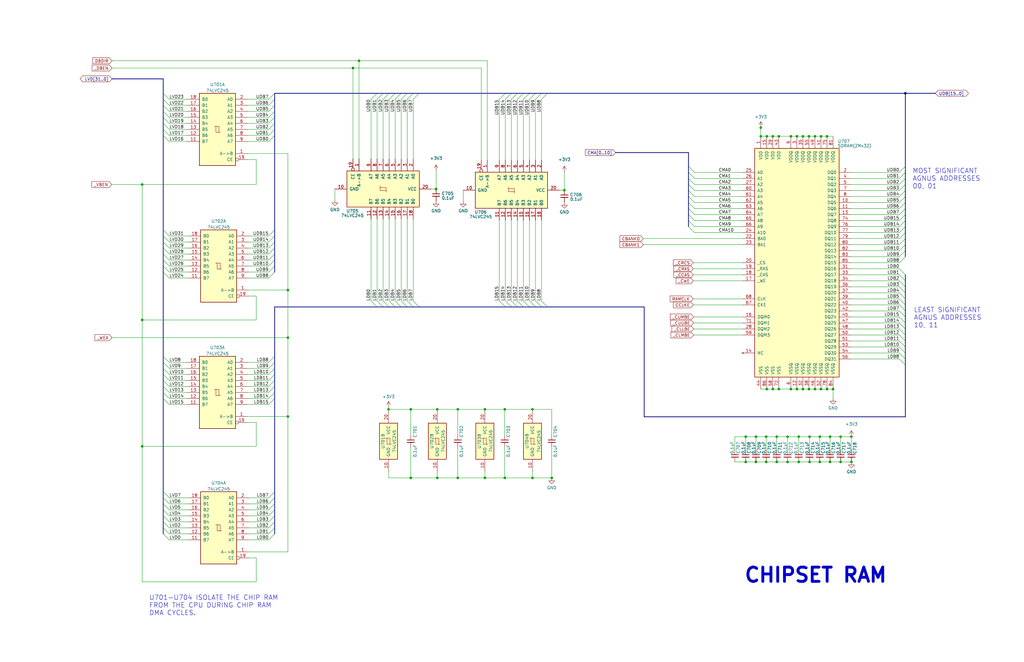
<source format=kicad_sch>
(kicad_sch (version 20231120) (generator "eeschema") (generator_version "8.0")
  (paper "B")
  (title_block (title "AMIGA PCI") (date "2025-01-10") (rev "5.0"))
  (junction (at 237.998 80.264))
  (junction (at 341.376 184.277))
  (junction (at 348.742 164.211))
  (junction (at 184.404 172.72))
  (junction (at 121.412 142.494))
  (junction (at 332.105 184.277))
  (junction (at 381.762 39.37))
  (junction (at 343.662 57.531))
  (junction (at 336.042 164.211))
  (junction (at 193.04 201.676))
  (junction (at 346.202 57.531))
  (junction (at 332.105 194.945))
  (junction (at 346.202 164.211))
  (junction (at 224.536 172.72))
  (junction (at 173.228 201.676))
  (junction (at 224.536 201.676))
  (junction (at 345.694 194.945))
  (junction (at 336.804 194.945))
  (junction (at 341.376 194.945))
  (junction (at 59.944 188.341))
  (junction (at 325.882 164.211))
  (junction (at 327.533 184.277))
  (junction (at 193.04 172.72))
  (junction (at 325.882 57.531))
  (junction (at 336.042 57.531))
  (junction (at 333.502 57.531))
  (junction (at 323.342 57.531))
  (junction (at 350.012 194.945))
  (junction (at 328.422 57.531))
  (junction (at 59.944 77.851))
  (junction (at 351.282 164.211))
  (junction (at 327.533 194.945))
  (junction (at 151.384 25.654))
  (junction (at 345.694 184.277))
  (junction (at 354.457 194.945))
  (junction (at 338.582 57.531))
  (junction (at 173.228 172.72))
  (junction (at 314.452 184.277))
  (junction (at 341.122 164.211))
  (junction (at 318.77 194.945))
  (junction (at 318.77 184.277))
  (junction (at 354.457 184.277))
  (junction (at 359.029 184.277))
  (junction (at 343.662 164.211))
  (junction (at 323.342 164.211))
  (junction (at 212.852 172.72))
  (junction (at 350.012 184.277))
  (junction (at 184.404 201.676))
  (junction (at 320.802 57.531))
  (junction (at 183.896 79.756))
  (junction (at 204.47 201.676))
  (junction (at 323.088 194.945))
  (junction (at 121.412 175.768))
  (junction (at 328.422 164.211))
  (junction (at 323.088 184.277))
  (junction (at 320.802 53.848))
  (junction (at 121.412 122.428))
  (junction (at 204.47 172.72))
  (junction (at 232.664 201.676))
  (junction (at 338.582 164.211))
  (junction (at 314.452 194.945))
  (junction (at 59.944 135.001))
  (junction (at 163.83 172.72))
  (junction (at 341.122 57.531))
  (junction (at 212.852 201.676))
  (junction (at 333.502 164.211))
  (junction (at 348.742 57.531))
  (junction (at 148.844 28.702))
  (junction (at 359.029 194.945))
  (junction (at 336.804 184.277))
  (bus_entry (at 379.222 136.271) (size 2.54 2.54))
  (bus_entry (at 113.284 160.528) (size 2.54 -2.54))
  (bus_entry (at 159.004 127) (size 2.54 2.54))
  (bus_entry (at 174.244 127) (size 2.54 2.54))
  (bus_entry (at 71.374 57.15) (size -2.54 -2.54))
  (bus_entry (at 379.222 108.331) (size 2.54 -2.54))
  (bus_entry (at 71.374 212.598) (size -2.54 -2.54))
  (bus_entry (at 71.374 217.678) (size -2.54 -2.54))
  (bus_entry (at 292.862 80.391) (size -2.54 -2.54))
  (bus_entry (at 71.374 41.91) (size -2.54 -2.54))
  (bus_entry (at 113.284 44.45) (size 2.54 -2.54))
  (bus_entry (at 71.374 215.138) (size -2.54 -2.54))
  (bus_entry (at 71.374 152.908) (size -2.54 -2.54))
  (bus_entry (at 379.222 146.431) (size 2.54 2.54))
  (bus_entry (at 292.862 95.631) (size -2.54 -2.54))
  (bus_entry (at 71.374 163.068) (size -2.54 -2.54))
  (bus_entry (at 71.374 222.758) (size -2.54 -2.54))
  (bus_entry (at 164.084 39.37) (size -2.54 2.54))
  (bus_entry (at 113.284 104.648) (size 2.54 -2.54))
  (bus_entry (at 292.862 88.011) (size -2.54 -2.54))
  (bus_entry (at 71.374 157.988) (size -2.54 -2.54))
  (bus_entry (at 113.284 107.188) (size 2.54 -2.54))
  (bus_entry (at 215.646 127) (size 2.54 2.54))
  (bus_entry (at 213.106 127) (size 2.54 2.54))
  (bus_entry (at 71.374 160.528) (size -2.54 -2.54))
  (bus_entry (at 71.374 54.61) (size -2.54 -2.54))
  (bus_entry (at 71.374 155.448) (size -2.54 -2.54))
  (bus_entry (at 228.346 127) (size 2.54 2.54))
  (bus_entry (at 113.284 163.068) (size 2.54 -2.54))
  (bus_entry (at 171.704 127) (size 2.54 2.54))
  (bus_entry (at 379.222 151.511) (size 2.54 2.54))
  (bus_entry (at 113.284 155.448) (size 2.54 -2.54))
  (bus_entry (at 113.284 109.728) (size 2.54 -2.54))
  (bus_entry (at 71.374 227.838) (size -2.54 -2.54))
  (bus_entry (at 169.164 127) (size 2.54 2.54))
  (bus_entry (at 71.374 168.148) (size -2.54 -2.54))
  (bus_entry (at 71.374 165.608) (size -2.54 -2.54))
  (bus_entry (at 223.266 127) (size 2.54 2.54))
  (bus_entry (at 223.266 39.37) (size -2.54 2.54))
  (bus_entry (at 171.704 39.37) (size -2.54 2.54))
  (bus_entry (at 379.222 82.931) (size 2.54 -2.54))
  (bus_entry (at 113.284 168.148) (size 2.54 -2.54))
  (bus_entry (at 230.886 39.37) (size -2.54 2.54))
  (bus_entry (at 379.222 123.571) (size 2.54 2.54))
  (bus_entry (at 113.284 114.808) (size 2.54 -2.54))
  (bus_entry (at 228.346 39.37) (size -2.54 2.54))
  (bus_entry (at 213.106 39.37) (size -2.54 2.54))
  (bus_entry (at 225.806 39.37) (size -2.54 2.54))
  (bus_entry (at 113.284 152.908) (size 2.54 -2.54))
  (bus_entry (at 71.374 109.728) (size -2.54 -2.54))
  (bus_entry (at 113.284 41.91) (size 2.54 -2.54))
  (bus_entry (at 220.726 39.37) (size -2.54 2.54))
  (bus_entry (at 292.862 90.551) (size -2.54 -2.54))
  (bus_entry (at 225.806 127) (size 2.54 2.54))
  (bus_entry (at 292.862 85.471) (size -2.54 -2.54))
  (bus_entry (at 220.726 127) (size 2.54 2.54))
  (bus_entry (at 379.222 100.711) (size 2.54 -2.54))
  (bus_entry (at 379.222 133.731) (size 2.54 2.54))
  (bus_entry (at 292.862 77.851) (size -2.54 -2.54))
  (bus_entry (at 113.284 157.988) (size 2.54 -2.54))
  (bus_entry (at 379.222 131.191) (size 2.54 2.54))
  (bus_entry (at 113.284 212.598) (size 2.54 -2.54))
  (bus_entry (at 379.222 105.791) (size 2.54 -2.54))
  (bus_entry (at 176.784 39.37) (size -2.54 2.54))
  (bus_entry (at 71.374 170.688) (size -2.54 -2.54))
  (bus_entry (at 71.374 46.99) (size -2.54 -2.54))
  (bus_entry (at 379.222 75.311) (size 2.54 -2.54))
  (bus_entry (at 113.284 217.678) (size 2.54 -2.54))
  (bus_entry (at 379.222 148.971) (size 2.54 2.54))
  (bus_entry (at 379.222 72.771) (size 2.54 -2.54))
  (bus_entry (at 71.374 114.808) (size -2.54 -2.54))
  (bus_entry (at 113.284 57.15) (size 2.54 -2.54))
  (bus_entry (at 113.284 46.99) (size 2.54 -2.54))
  (bus_entry (at 113.284 99.568) (size 2.54 -2.54))
  (bus_entry (at 166.624 39.37) (size -2.54 2.54))
  (bus_entry (at 292.862 82.931) (size -2.54 -2.54))
  (bus_entry (at 164.084 127) (size 2.54 2.54))
  (bus_entry (at 161.544 127) (size 2.54 2.54))
  (bus_entry (at 161.544 39.37) (size -2.54 2.54))
  (bus_entry (at 379.222 88.011) (size 2.54 -2.54))
  (bus_entry (at 113.284 165.608) (size 2.54 -2.54))
  (bus_entry (at 379.222 141.351) (size 2.54 2.54))
  (bus_entry (at 156.464 127) (size 2.54 2.54))
  (bus_entry (at 71.374 44.45) (size -2.54 -2.54))
  (bus_entry (at 379.222 103.251) (size 2.54 -2.54))
  (bus_entry (at 113.284 225.298) (size 2.54 -2.54))
  (bus_entry (at 292.862 98.171) (size -2.54 -2.54))
  (bus_entry (at 71.374 107.188) (size -2.54 -2.54))
  (bus_entry (at 71.374 49.53) (size -2.54 -2.54))
  (bus_entry (at 71.374 99.568) (size -2.54 -2.54))
  (bus_entry (at 379.222 113.411) (size 2.54 2.54))
  (bus_entry (at 113.284 220.218) (size 2.54 -2.54))
  (bus_entry (at 218.186 127) (size 2.54 2.54))
  (bus_entry (at 379.222 80.391) (size 2.54 -2.54))
  (bus_entry (at 379.222 143.891) (size 2.54 2.54))
  (bus_entry (at 218.186 39.37) (size -2.54 2.54))
  (bus_entry (at 379.222 128.651) (size 2.54 2.54))
  (bus_entry (at 159.004 39.37) (size -2.54 2.54))
  (bus_entry (at 169.164 39.37) (size -2.54 2.54))
  (bus_entry (at 379.222 110.871) (size 2.54 -2.54))
  (bus_entry (at 71.374 102.108) (size -2.54 -2.54))
  (bus_entry (at 113.284 102.108) (size 2.54 -2.54))
  (bus_entry (at 113.284 59.69) (size 2.54 -2.54))
  (bus_entry (at 379.222 98.171) (size 2.54 -2.54))
  (bus_entry (at 71.374 52.07) (size -2.54 -2.54))
  (bus_entry (at 379.222 93.091) (size 2.54 -2.54))
  (bus_entry (at 113.284 227.838) (size 2.54 -2.54))
  (bus_entry (at 113.284 210.058) (size 2.54 -2.54))
  (bus_entry (at 379.222 90.551) (size 2.54 -2.54))
  (bus_entry (at 113.284 215.138) (size 2.54 -2.54))
  (bus_entry (at 379.222 95.631) (size 2.54 -2.54))
  (bus_entry (at 292.862 72.771) (size -2.54 -2.54))
  (bus_entry (at 379.222 85.471) (size 2.54 -2.54))
  (bus_entry (at 113.284 52.07) (size 2.54 -2.54))
  (bus_entry (at 71.374 112.268) (size -2.54 -2.54))
  (bus_entry (at 113.284 170.688) (size 2.54 -2.54))
  (bus_entry (at 379.222 138.811) (size 2.54 2.54))
  (bus_entry (at 379.222 121.031) (size 2.54 2.54))
  (bus_entry (at 71.374 210.058) (size -2.54 -2.54))
  (bus_entry (at 71.374 117.348) (size -2.54 -2.54))
  (bus_entry (at 166.624 127) (size 2.54 2.54))
  (bus_entry (at 71.374 225.298) (size -2.54 -2.54))
  (bus_entry (at 379.222 77.851) (size 2.54 -2.54))
  (bus_entry (at 210.566 127) (size 2.54 2.54))
  (bus_entry (at 113.284 54.61) (size 2.54 -2.54))
  (bus_entry (at 379.222 126.111) (size 2.54 2.54))
  (bus_entry (at 379.222 118.491) (size 2.54 2.54))
  (bus_entry (at 292.862 75.311) (size -2.54 -2.54))
  (bus_entry (at 71.374 220.218) (size -2.54 -2.54))
  (bus_entry (at 379.222 115.951) (size 2.54 2.54))
  (bus_entry (at 113.284 222.758) (size 2.54 -2.54))
  (bus_entry (at 71.374 59.69) (size -2.54 -2.54))
  (bus_entry (at 174.244 39.37) (size -2.54 2.54))
  (bus_entry (at 71.374 104.648) (size -2.54 -2.54))
  (bus_entry (at 113.284 117.348) (size 2.54 -2.54))
  (bus_entry (at 113.284 112.268) (size 2.54 -2.54))
  (bus_entry (at 113.284 49.53) (size 2.54 -2.54))
  (bus_entry (at 292.862 93.091) (size -2.54 -2.54))
  (bus_entry (at 215.646 39.37) (size -2.54 2.54))
  (bus (pts (xy 68.834 99.568) (xy 68.834 102.108)))
  (wire (pts (xy 161.544 41.91) (xy 161.544 67.056)))
  (wire (pts (xy 79.502 112.268) (xy 71.374 112.268)))
  (wire (pts (xy 104.394 41.91) (xy 113.284 41.91)))
  (wire (pts (xy 184.404 198.882) (xy 184.404 201.676)))
  (wire (pts (xy 220.726 41.91) (xy 220.726 67.564)))
  (bus (pts (xy 68.834 215.138) (xy 68.834 217.678)))
  (bus (pts (xy 68.834 152.908) (xy 68.834 155.448)))
  (wire (pts (xy 104.902 217.678) (xy 113.284 217.678)))
  (wire (pts (xy 358.902 85.471) (xy 379.222 85.471)))
  (bus (pts (xy 223.266 129.54) (xy 225.806 129.54)))
  (wire (pts (xy 223.266 41.91) (xy 223.266 67.564)))
  (wire (pts (xy 224.536 198.882) (xy 224.536 201.676)))
  (wire (pts (xy 358.902 103.251) (xy 379.222 103.251)))
  (wire (pts (xy 78.994 163.068) (xy 71.374 163.068)))
  (bus (pts (xy 68.834 57.15) (xy 68.834 97.028)))
  (bus (pts (xy 68.834 217.678) (xy 68.834 220.218)))
  (wire (pts (xy 59.944 135.001) (xy 108.077 135.001)))
  (wire (pts (xy 202.946 67.564) (xy 202.946 28.702)))
  (wire (pts (xy 292.354 128.651) (xy 313.182 128.651)))
  (wire (pts (xy 163.83 171.958) (xy 163.83 172.72)))
  (wire (pts (xy 325.882 164.211) (xy 328.422 164.211)))
  (bus (pts (xy 115.824 129.54) (xy 159.004 129.54)))
  (bus (pts (xy 68.834 168.148) (xy 68.834 207.518)))
  (wire (pts (xy 358.902 118.491) (xy 379.222 118.491)))
  (wire (pts (xy 314.452 184.277) (xy 314.452 189.865)))
  (bus (pts (xy 213.106 129.54) (xy 215.646 129.54)))
  (bus (pts (xy 68.834 44.45) (xy 68.834 46.99)))
  (wire (pts (xy 174.244 92.456) (xy 174.244 127)))
  (bus (pts (xy 68.834 163.068) (xy 68.834 165.608)))
  (bus (pts (xy 159.004 39.37) (xy 161.544 39.37)))
  (wire (pts (xy 79.502 107.188) (xy 71.374 107.188)))
  (wire (pts (xy 318.77 194.945) (xy 323.088 194.945)))
  (wire (pts (xy 104.394 155.448) (xy 113.284 155.448)))
  (bus (pts (xy 115.824 109.728) (xy 115.824 112.268)))
  (wire (pts (xy 292.481 136.271) (xy 313.182 136.271)))
  (wire (pts (xy 215.646 41.91) (xy 215.646 67.564)))
  (wire (pts (xy 171.704 41.91) (xy 171.704 67.056)))
  (wire (pts (xy 104.394 52.07) (xy 113.284 52.07)))
  (wire (pts (xy 358.902 100.711) (xy 379.222 100.711)))
  (wire (pts (xy 59.944 77.851) (xy 47.117 77.851)))
  (wire (pts (xy 213.106 41.91) (xy 213.106 67.564)))
  (wire (pts (xy 327.533 184.277) (xy 327.533 189.865)))
  (bus (pts (xy 290.322 85.471) (xy 290.322 82.931)))
  (wire (pts (xy 350.012 184.277) (xy 350.012 189.865)))
  (wire (pts (xy 333.502 57.531) (xy 336.042 57.531)))
  (bus (pts (xy 68.834 97.028) (xy 68.834 99.568)))
  (wire (pts (xy 184.404 172.72) (xy 184.404 173.482)))
  (bus (pts (xy 68.834 41.91) (xy 68.834 44.45)))
  (bus (pts (xy 381.762 82.931) (xy 381.762 85.471)))
  (wire (pts (xy 104.902 109.728) (xy 113.284 109.728)))
  (bus (pts (xy 161.544 39.37) (xy 164.084 39.37)))
  (wire (pts (xy 292.862 93.091) (xy 313.182 93.091)))
  (wire (pts (xy 358.902 108.331) (xy 379.222 108.331)))
  (wire (pts (xy 215.646 92.964) (xy 215.646 127)))
  (wire (pts (xy 328.422 57.531) (xy 325.882 57.531)))
  (wire (pts (xy 358.902 143.891) (xy 379.222 143.891)))
  (wire (pts (xy 292.862 77.851) (xy 313.182 77.851)))
  (wire (pts (xy 338.582 164.211) (xy 341.122 164.211)))
  (wire (pts (xy 210.566 92.964) (xy 210.566 127)))
  (bus (pts (xy 115.824 107.188) (xy 115.824 109.728)))
  (wire (pts (xy 341.122 57.531) (xy 343.662 57.531)))
  (wire (pts (xy 345.694 194.945) (xy 350.012 194.945)))
  (bus (pts (xy 381.762 75.311) (xy 381.762 77.851)))
  (wire (pts (xy 104.902 102.108) (xy 113.284 102.108)))
  (wire (pts (xy 354.457 184.277) (xy 354.457 189.865)))
  (bus (pts (xy 115.824 152.908) (xy 115.824 150.368)))
  (bus (pts (xy 174.244 129.54) (xy 176.784 129.54)))
  (wire (pts (xy 104.902 104.648) (xy 113.284 104.648)))
  (wire (pts (xy 313.182 100.711) (xy 271.272 100.711)))
  (bus (pts (xy 115.824 49.53) (xy 115.824 52.07)))
  (wire (pts (xy 193.04 188.722) (xy 193.04 201.676)))
  (wire (pts (xy 350.012 184.277) (xy 354.457 184.277)))
  (wire (pts (xy 108.077 67.31) (xy 104.394 67.31)))
  (bus (pts (xy 68.834 49.53) (xy 68.834 52.07)))
  (bus (pts (xy 68.834 33.274) (xy 47.244 33.274)))
  (wire (pts (xy 358.902 133.731) (xy 379.222 133.731)))
  (wire (pts (xy 336.042 164.211) (xy 338.582 164.211)))
  (wire (pts (xy 151.384 25.654) (xy 205.486 25.654)))
  (wire (pts (xy 104.902 99.568) (xy 113.284 99.568)))
  (wire (pts (xy 104.394 64.77) (xy 121.412 64.77)))
  (wire (pts (xy 323.088 184.277) (xy 327.533 184.277)))
  (wire (pts (xy 104.394 57.15) (xy 113.284 57.15)))
  (bus (pts (xy 271.653 129.54) (xy 271.653 175.895)))
  (wire (pts (xy 351.282 164.211) (xy 351.282 168.021)))
  (wire (pts (xy 358.902 128.651) (xy 379.222 128.651)))
  (wire (pts (xy 328.422 164.211) (xy 333.502 164.211)))
  (bus (pts (xy 228.346 129.54) (xy 230.886 129.54)))
  (bus (pts (xy 215.646 39.37) (xy 218.186 39.37)))
  (wire (pts (xy 59.944 135.001) (xy 59.944 188.341)))
  (wire (pts (xy 104.902 117.348) (xy 113.284 117.348)))
  (bus (pts (xy 218.186 129.54) (xy 220.726 129.54)))
  (bus (pts (xy 171.704 129.54) (xy 174.244 129.54)))
  (bus (pts (xy 223.266 39.37) (xy 225.806 39.37)))
  (bus (pts (xy 271.653 175.895) (xy 381.762 175.895)))
  (wire (pts (xy 320.802 53.848) (xy 320.802 53.721)))
  (wire (pts (xy 292.862 88.011) (xy 313.182 88.011)))
  (wire (pts (xy 104.394 49.53) (xy 113.284 49.53)))
  (wire (pts (xy 358.902 148.971) (xy 379.222 148.971)))
  (wire (pts (xy 104.394 54.61) (xy 113.284 54.61)))
  (wire (pts (xy 224.536 201.676) (xy 232.664 201.676)))
  (wire (pts (xy 224.536 172.72) (xy 224.536 173.482)))
  (wire (pts (xy 341.376 184.277) (xy 341.376 189.865)))
  (bus (pts (xy 228.346 39.37) (xy 230.886 39.37)))
  (bus (pts (xy 115.824 215.138) (xy 115.824 217.678)))
  (wire (pts (xy 358.902 110.871) (xy 379.222 110.871)))
  (wire (pts (xy 358.902 105.791) (xy 379.222 105.791)))
  (wire (pts (xy 59.944 77.851) (xy 108.077 77.851)))
  (wire (pts (xy 346.202 57.531) (xy 348.742 57.531)))
  (wire (pts (xy 323.342 57.531) (xy 320.802 57.531)))
  (wire (pts (xy 151.384 67.056) (xy 151.384 25.654)))
  (bus (pts (xy 115.824 207.518) (xy 115.824 210.058)))
  (bus (pts (xy 115.824 46.99) (xy 115.824 49.53)))
  (wire (pts (xy 78.994 170.688) (xy 71.374 170.688)))
  (wire (pts (xy 205.486 25.654) (xy 205.486 67.564)))
  (wire (pts (xy 104.394 175.768) (xy 121.412 175.768)))
  (bus (pts (xy 115.824 220.218) (xy 115.824 222.758)))
  (bus (pts (xy 381.762 98.171) (xy 381.762 100.711)))
  (wire (pts (xy 79.502 217.678) (xy 71.374 217.678)))
  (wire (pts (xy 47.244 28.702) (xy 148.844 28.702)))
  (bus (pts (xy 68.834 54.61) (xy 68.834 57.15)))
  (wire (pts (xy 358.902 80.391) (xy 379.222 80.391)))
  (wire (pts (xy 79.502 222.758) (xy 71.374 222.758)))
  (wire (pts (xy 292.862 90.551) (xy 313.182 90.551)))
  (bus (pts (xy 68.834 210.058) (xy 68.834 212.598)))
  (bus (pts (xy 381.762 80.391) (xy 381.762 82.931)))
  (wire (pts (xy 59.944 188.341) (xy 59.944 245.491)))
  (wire (pts (xy 332.105 184.277) (xy 336.804 184.277)))
  (bus (pts (xy 381.762 126.111) (xy 381.762 128.651)))
  (wire (pts (xy 104.394 165.608) (xy 113.284 165.608)))
  (wire (pts (xy 320.802 164.211) (xy 323.342 164.211)))
  (wire (pts (xy 79.502 212.598) (xy 71.374 212.598)))
  (wire (pts (xy 292.862 75.311) (xy 313.182 75.311)))
  (wire (pts (xy 224.536 172.72) (xy 232.664 172.72)))
  (wire (pts (xy 328.422 57.531) (xy 333.502 57.531)))
  (wire (pts (xy 343.662 57.531) (xy 346.202 57.531)))
  (bus (pts (xy 230.886 39.37) (xy 381.762 39.37)))
  (bus (pts (xy 115.824 97.028) (xy 115.824 99.568)))
  (bus (pts (xy 290.322 80.391) (xy 290.322 77.851)))
  (wire (pts (xy 323.088 184.277) (xy 323.088 189.865)))
  (wire (pts (xy 204.47 172.72) (xy 212.852 172.72)))
  (wire (pts (xy 79.502 109.728) (xy 71.374 109.728)))
  (bus (pts (xy 381.762 72.771) (xy 381.762 75.311)))
  (wire (pts (xy 104.902 225.298) (xy 113.284 225.298)))
  (wire (pts (xy 292.481 138.811) (xy 313.182 138.811)))
  (bus (pts (xy 115.824 102.108) (xy 115.824 104.648)))
  (wire (pts (xy 173.228 172.72) (xy 173.228 183.642)))
  (wire (pts (xy 193.04 172.72) (xy 204.47 172.72)))
  (wire (pts (xy 104.902 112.268) (xy 113.284 112.268)))
  (wire (pts (xy 78.994 54.61) (xy 71.374 54.61)))
  (bus (pts (xy 290.322 77.851) (xy 290.322 75.311)))
  (bus (pts (xy 115.824 57.15) (xy 115.824 97.028)))
  (bus (pts (xy 115.824 222.758) (xy 115.824 225.298)))
  (wire (pts (xy 79.502 104.648) (xy 71.374 104.648)))
  (wire (pts (xy 343.662 164.211) (xy 346.202 164.211)))
  (bus (pts (xy 290.322 75.311) (xy 290.322 72.771)))
  (wire (pts (xy 292.862 98.171) (xy 313.182 98.171)))
  (wire (pts (xy 121.412 122.428) (xy 121.412 142.494)))
  (bus (pts (xy 68.834 207.518) (xy 68.834 210.058)))
  (wire (pts (xy 341.376 184.277) (xy 345.694 184.277)))
  (wire (pts (xy 104.902 227.838) (xy 113.284 227.838)))
  (wire (pts (xy 348.742 164.211) (xy 351.282 164.211)))
  (wire (pts (xy 341.122 164.211) (xy 343.662 164.211)))
  (wire (pts (xy 78.994 155.448) (xy 71.374 155.448)))
  (bus (pts (xy 213.106 39.37) (xy 215.646 39.37)))
  (wire (pts (xy 212.852 201.676) (xy 224.536 201.676)))
  (wire (pts (xy 193.04 201.676) (xy 204.47 201.676)))
  (wire (pts (xy 345.694 184.277) (xy 345.694 189.865)))
  (wire (pts (xy 108.077 178.308) (xy 104.394 178.308)))
  (bus (pts (xy 171.704 39.37) (xy 174.244 39.37)))
  (wire (pts (xy 309.88 189.865) (xy 309.88 184.277)))
  (wire (pts (xy 104.394 170.688) (xy 113.284 170.688)))
  (bus (pts (xy 159.004 129.54) (xy 161.544 129.54)))
  (bus (pts (xy 381.762 175.895) (xy 381.762 154.051)))
  (wire (pts (xy 195.326 80.264) (xy 195.326 84.836)))
  (bus (pts (xy 381.762 39.37) (xy 394.462 39.37)))
  (bus (pts (xy 381.762 143.891) (xy 381.762 146.431)))
  (wire (pts (xy 104.394 59.69) (xy 113.284 59.69)))
  (wire (pts (xy 358.902 98.171) (xy 379.222 98.171)))
  (bus (pts (xy 115.824 99.568) (xy 115.824 102.108)))
  (wire (pts (xy 225.806 41.91) (xy 225.806 67.564)))
  (bus (pts (xy 115.824 150.368) (xy 115.824 129.54)))
  (wire (pts (xy 348.742 57.531) (xy 351.282 57.531)))
  (wire (pts (xy 212.852 172.72) (xy 224.536 172.72)))
  (wire (pts (xy 78.994 152.908) (xy 71.374 152.908)))
  (bus (pts (xy 176.784 129.54) (xy 213.106 129.54)))
  (wire (pts (xy 358.902 72.771) (xy 379.222 72.771)))
  (wire (pts (xy 173.228 172.72) (xy 184.404 172.72)))
  (wire (pts (xy 292.862 82.931) (xy 313.182 82.931)))
  (wire (pts (xy 184.404 172.72) (xy 193.04 172.72)))
  (wire (pts (xy 213.106 92.964) (xy 213.106 127)))
  (wire (pts (xy 78.994 46.99) (xy 71.374 46.99)))
  (bus (pts (xy 381.762 141.351) (xy 381.762 143.891)))
  (wire (pts (xy 327.533 184.277) (xy 332.105 184.277)))
  (wire (pts (xy 104.394 152.908) (xy 113.284 152.908)))
  (bus (pts (xy 68.834 109.728) (xy 68.834 112.268)))
  (wire (pts (xy 79.502 227.838) (xy 71.374 227.838)))
  (bus (pts (xy 381.762 88.011) (xy 381.762 90.551)))
  (wire (pts (xy 292.354 115.951) (xy 313.182 115.951)))
  (wire (pts (xy 121.412 64.77) (xy 121.412 122.428)))
  (bus (pts (xy 381.762 85.471) (xy 381.762 88.011)))
  (wire (pts (xy 218.186 41.91) (xy 218.186 67.564)))
  (bus (pts (xy 381.762 39.37) (xy 381.762 70.231)))
  (wire (pts (xy 292.862 72.771) (xy 313.182 72.771)))
  (wire (pts (xy 163.83 172.72) (xy 173.228 172.72)))
  (wire (pts (xy 104.902 232.918) (xy 121.412 232.918)))
  (bus (pts (xy 68.834 104.648) (xy 68.834 107.188)))
  (bus (pts (xy 381.762 70.231) (xy 381.762 72.771)))
  (bus (pts (xy 164.084 39.37) (xy 166.624 39.37)))
  (wire (pts (xy 358.902 131.191) (xy 379.222 131.191)))
  (wire (pts (xy 173.228 188.722) (xy 173.228 201.676)))
  (wire (pts (xy 104.394 163.068) (xy 113.284 163.068)))
  (bus (pts (xy 381.762 138.811) (xy 381.762 141.351)))
  (wire (pts (xy 78.994 49.53) (xy 71.374 49.53)))
  (wire (pts (xy 358.902 138.811) (xy 379.222 138.811)))
  (bus (pts (xy 68.834 165.608) (xy 68.834 168.148)))
  (bus (pts (xy 164.084 129.54) (xy 166.624 129.54)))
  (bus (pts (xy 381.762 128.651) (xy 381.762 131.191)))
  (bus (pts (xy 68.834 39.37) (xy 68.834 41.91)))
  (bus (pts (xy 381.762 118.491) (xy 381.762 121.031)))
  (bus (pts (xy 381.762 136.271) (xy 381.762 138.811)))
  (bus (pts (xy 381.762 77.851) (xy 381.762 80.391)))
  (wire (pts (xy 358.902 126.111) (xy 379.222 126.111)))
  (wire (pts (xy 79.502 99.568) (xy 71.374 99.568)))
  (wire (pts (xy 78.994 59.69) (xy 71.374 59.69)))
  (wire (pts (xy 323.088 194.945) (xy 327.533 194.945)))
  (wire (pts (xy 108.077 135.001) (xy 108.077 124.968)))
  (bus (pts (xy 68.834 114.808) (xy 68.834 150.368)))
  (wire (pts (xy 350.012 194.945) (xy 354.457 194.945)))
  (wire (pts (xy 104.902 122.428) (xy 121.412 122.428)))
  (wire (pts (xy 159.004 92.456) (xy 159.004 127)))
  (wire (pts (xy 59.944 77.851) (xy 59.944 135.001)))
  (wire (pts (xy 332.105 184.277) (xy 332.105 189.865)))
  (bus (pts (xy 166.624 39.37) (xy 169.164 39.37)))
  (bus (pts (xy 220.726 39.37) (xy 223.266 39.37)))
  (bus (pts (xy 115.824 165.608) (xy 115.824 168.148)))
  (bus (pts (xy 115.824 52.07) (xy 115.824 54.61)))
  (wire (pts (xy 237.998 72.644) (xy 237.998 80.264)))
  (wire (pts (xy 141.224 79.756) (xy 141.224 84.328)))
  (wire (pts (xy 121.412 175.768) (xy 121.412 232.918)))
  (bus (pts (xy 115.824 104.648) (xy 115.824 107.188)))
  (wire (pts (xy 108.077 235.458) (xy 104.902 235.458)))
  (wire (pts (xy 309.88 184.277) (xy 314.452 184.277)))
  (bus (pts (xy 381.762 123.571) (xy 381.762 126.111)))
  (wire (pts (xy 163.83 172.72) (xy 163.83 173.482)))
  (wire (pts (xy 358.902 88.011) (xy 379.222 88.011)))
  (bus (pts (xy 115.824 54.61) (xy 115.824 57.15)))
  (bus (pts (xy 381.762 115.951) (xy 381.762 118.491)))
  (bus (pts (xy 115.824 155.448) (xy 115.824 157.988)))
  (bus (pts (xy 225.806 39.37) (xy 228.346 39.37)))
  (bus (pts (xy 68.834 212.598) (xy 68.834 215.138)))
  (wire (pts (xy 164.084 92.456) (xy 164.084 127)))
  (wire (pts (xy 204.47 201.676) (xy 212.852 201.676)))
  (bus (pts (xy 115.824 157.988) (xy 115.824 160.528)))
  (wire (pts (xy 79.502 117.348) (xy 71.374 117.348)))
  (wire (pts (xy 346.202 164.211) (xy 348.742 164.211)))
  (wire (pts (xy 314.452 184.277) (xy 318.77 184.277)))
  (wire (pts (xy 323.342 164.211) (xy 325.882 164.211)))
  (wire (pts (xy 59.944 188.341) (xy 108.077 188.341)))
  (wire (pts (xy 327.533 194.945) (xy 332.105 194.945)))
  (wire (pts (xy 204.47 172.72) (xy 204.47 173.482)))
  (bus (pts (xy 68.834 220.218) (xy 68.834 222.758)))
  (bus (pts (xy 220.726 129.54) (xy 223.266 129.54)))
  (wire (pts (xy 78.994 165.608) (xy 71.374 165.608)))
  (wire (pts (xy 358.902 95.631) (xy 379.222 95.631)))
  (bus (pts (xy 174.244 39.37) (xy 176.784 39.37)))
  (bus (pts (xy 115.824 155.448) (xy 115.824 152.908)))
  (bus (pts (xy 381.762 148.971) (xy 381.762 151.511)))
  (wire (pts (xy 159.004 41.91) (xy 159.004 67.056)))
  (wire (pts (xy 59.944 245.491) (xy 108.077 245.491)))
  (bus (pts (xy 68.834 102.108) (xy 68.834 104.648)))
  (wire (pts (xy 173.228 201.676) (xy 184.404 201.676)))
  (wire (pts (xy 228.346 92.964) (xy 228.346 127)))
  (bus (pts (xy 290.322 88.011) (xy 290.322 85.471)))
  (bus (pts (xy 259.588 64.389) (xy 290.322 64.389)))
  (wire (pts (xy 220.726 92.964) (xy 220.726 127)))
  (wire (pts (xy 336.042 57.531) (xy 338.582 57.531)))
  (wire (pts (xy 292.862 85.471) (xy 313.182 85.471)))
  (bus (pts (xy 218.186 39.37) (xy 220.726 39.37)))
  (wire (pts (xy 358.902 93.091) (xy 379.222 93.091)))
  (bus (pts (xy 115.824 212.598) (xy 115.824 215.138)))
  (wire (pts (xy 354.457 184.277) (xy 359.029 184.277)))
  (wire (pts (xy 156.464 92.456) (xy 156.464 127)))
  (bus (pts (xy 381.762 131.191) (xy 381.762 133.731)))
  (wire (pts (xy 104.394 46.99) (xy 113.284 46.99)))
  (bus (pts (xy 166.624 129.54) (xy 169.164 129.54)))
  (bus (pts (xy 115.824 163.068) (xy 115.824 165.608)))
  (wire (pts (xy 358.902 151.511) (xy 379.222 151.511)))
  (wire (pts (xy 292.354 118.491) (xy 313.182 118.491)))
  (wire (pts (xy 358.902 90.551) (xy 379.222 90.551)))
  (wire (pts (xy 79.502 102.108) (xy 71.374 102.108)))
  (wire (pts (xy 232.664 183.642) (xy 232.664 172.72)))
  (bus (pts (xy 115.824 112.268) (xy 115.824 114.808)))
  (wire (pts (xy 292.862 80.391) (xy 313.182 80.391)))
  (wire (pts (xy 79.502 210.058) (xy 71.374 210.058)))
  (bus (pts (xy 381.762 133.731) (xy 381.762 136.271)))
  (wire (pts (xy 193.04 172.72) (xy 193.04 183.642)))
  (wire (pts (xy 345.694 184.277) (xy 350.012 184.277)))
  (bus (pts (xy 169.164 129.54) (xy 171.704 129.54)))
  (bus (pts (xy 68.834 112.268) (xy 68.834 114.808)))
  (wire (pts (xy 212.852 188.722) (xy 212.852 201.676)))
  (wire (pts (xy 212.852 172.72) (xy 212.852 183.642)))
  (wire (pts (xy 358.902 121.031) (xy 379.222 121.031)))
  (wire (pts (xy 232.664 188.722) (xy 232.664 201.676)))
  (bus (pts (xy 68.834 150.368) (xy 68.834 152.908)))
  (wire (pts (xy 174.244 41.91) (xy 174.244 67.056)))
  (wire (pts (xy 104.394 157.988) (xy 113.284 157.988)))
  (bus (pts (xy 290.322 72.771) (xy 290.322 70.231)))
  (wire (pts (xy 218.186 92.964) (xy 218.186 127)))
  (bus (pts (xy 381.762 151.511) (xy 381.762 154.051)))
  (wire (pts (xy 358.902 113.411) (xy 379.222 113.411)))
  (wire (pts (xy 173.228 201.676) (xy 163.83 201.676)))
  (bus (pts (xy 290.322 93.091) (xy 290.322 95.631)))
  (wire (pts (xy 358.902 123.571) (xy 379.222 123.571)))
  (wire (pts (xy 104.394 44.45) (xy 113.284 44.45)))
  (wire (pts (xy 358.902 82.931) (xy 379.222 82.931)))
  (wire (pts (xy 104.902 220.218) (xy 113.284 220.218)))
  (bus (pts (xy 68.834 155.448) (xy 68.834 157.988)))
  (wire (pts (xy 78.994 57.15) (xy 71.374 57.15)))
  (wire (pts (xy 121.412 142.494) (xy 121.412 175.768)))
  (wire (pts (xy 104.902 210.058) (xy 113.284 210.058)))
  (bus (pts (xy 381.762 105.791) (xy 381.762 108.331)))
  (wire (pts (xy 78.994 157.988) (xy 71.374 157.988)))
  (wire (pts (xy 358.902 115.951) (xy 379.222 115.951)))
  (wire (pts (xy 47.244 25.654) (xy 151.384 25.654)))
  (wire (pts (xy 223.266 92.964) (xy 223.266 127)))
  (wire (pts (xy 104.902 212.598) (xy 113.284 212.598)))
  (wire (pts (xy 108.077 124.968) (xy 104.902 124.968)))
  (wire (pts (xy 358.902 77.851) (xy 379.222 77.851)))
  (bus (pts (xy 115.824 210.058) (xy 115.824 212.598)))
  (wire (pts (xy 78.994 44.45) (xy 71.374 44.45)))
  (wire (pts (xy 148.844 67.056) (xy 148.844 28.702)))
  (wire (pts (xy 318.77 184.277) (xy 318.77 189.865)))
  (wire (pts (xy 47.244 142.494) (xy 121.412 142.494)))
  (bus (pts (xy 68.834 39.37) (xy 68.834 33.274)))
  (wire (pts (xy 104.902 222.758) (xy 113.284 222.758)))
  (wire (pts (xy 341.376 194.945) (xy 345.694 194.945)))
  (wire (pts (xy 108.077 188.341) (xy 108.077 178.308)))
  (wire (pts (xy 358.902 136.271) (xy 379.222 136.271)))
  (wire (pts (xy 104.902 107.188) (xy 113.284 107.188)))
  (wire (pts (xy 313.182 126.111) (xy 292.354 126.111)))
  (bus (pts (xy 381.762 90.551) (xy 381.762 93.091)))
  (bus (pts (xy 68.834 52.07) (xy 68.834 54.61)))
  (wire (pts (xy 184.404 201.676) (xy 193.04 201.676)))
  (wire (pts (xy 292.862 95.631) (xy 313.182 95.631)))
  (bus (pts (xy 230.886 129.54) (xy 271.653 129.54)))
  (wire (pts (xy 78.994 168.148) (xy 71.374 168.148)))
  (wire (pts (xy 79.502 225.298) (xy 71.374 225.298)))
  (wire (pts (xy 225.806 92.964) (xy 225.806 127)))
  (bus (pts (xy 115.824 44.45) (xy 115.824 46.99)))
  (bus (pts (xy 68.834 222.758) (xy 68.834 225.298)))
  (bus (pts (xy 161.544 129.54) (xy 164.084 129.54)))
  (wire (pts (xy 79.502 220.218) (xy 71.374 220.218)))
  (wire (pts (xy 202.946 28.702) (xy 148.844 28.702)))
  (bus (pts (xy 68.834 157.988) (xy 68.834 160.528)))
  (wire (pts (xy 336.804 189.865) (xy 336.804 184.277)))
  (wire (pts (xy 332.105 194.945) (xy 336.804 194.945)))
  (wire (pts (xy 314.452 194.945) (xy 318.77 194.945)))
  (bus (pts (xy 115.824 39.37) (xy 115.824 41.91)))
  (wire (pts (xy 292.481 141.351) (xy 313.182 141.351)))
  (wire (pts (xy 104.902 215.138) (xy 113.284 215.138)))
  (wire (pts (xy 166.624 92.456) (xy 166.624 127)))
  (wire (pts (xy 108.077 77.851) (xy 108.077 67.31)))
  (wire (pts (xy 169.164 41.91) (xy 169.164 67.056)))
  (wire (pts (xy 292.354 110.871) (xy 313.182 110.871)))
  (wire (pts (xy 78.994 52.07) (xy 71.374 52.07)))
  (bus (pts (xy 381.762 93.091) (xy 381.762 95.631)))
  (wire (pts (xy 169.164 92.456) (xy 169.164 127)))
  (bus (pts (xy 115.824 39.37) (xy 159.004 39.37)))
  (bus (pts (xy 68.834 160.528) (xy 68.834 163.068)))
  (wire (pts (xy 166.624 41.91) (xy 166.624 67.056)))
  (wire (pts (xy 164.084 41.91) (xy 164.084 67.056)))
  (wire (pts (xy 104.394 168.148) (xy 113.284 168.148)))
  (bus (pts (xy 381.762 100.711) (xy 381.762 103.251)))
  (wire (pts (xy 318.77 184.277) (xy 323.088 184.277)))
  (wire (pts (xy 79.502 114.808) (xy 71.374 114.808)))
  (bus (pts (xy 381.762 95.631) (xy 381.762 98.171)))
  (wire (pts (xy 358.902 75.311) (xy 379.222 75.311)))
  (bus (pts (xy 215.646 129.54) (xy 218.186 129.54)))
  (wire (pts (xy 333.502 164.211) (xy 336.042 164.211)))
  (wire (pts (xy 161.544 92.456) (xy 161.544 127)))
  (wire (pts (xy 314.452 194.945) (xy 309.88 194.945)))
  (bus (pts (xy 290.322 90.551) (xy 290.322 88.011)))
  (wire (pts (xy 358.902 141.351) (xy 379.222 141.351)))
  (wire (pts (xy 171.704 92.456) (xy 171.704 127)))
  (bus (pts (xy 381.762 146.431) (xy 381.762 148.971)))
  (wire (pts (xy 320.802 57.531) (xy 320.802 53.848)))
  (wire (pts (xy 104.394 160.528) (xy 113.284 160.528)))
  (bus (pts (xy 290.322 82.931) (xy 290.322 80.391)))
  (wire (pts (xy 228.346 41.91) (xy 228.346 67.564)))
  (wire (pts (xy 181.864 79.756) (xy 183.896 79.756)))
  (wire (pts (xy 104.902 114.808) (xy 113.284 114.808)))
  (wire (pts (xy 79.502 215.138) (xy 71.374 215.138)))
  (wire (pts (xy 338.582 57.531) (xy 341.122 57.531)))
  (wire (pts (xy 358.902 146.431) (xy 379.222 146.431)))
  (wire (pts (xy 183.896 72.136) (xy 183.896 79.756)))
  (wire (pts (xy 292.354 113.411) (xy 313.182 113.411)))
  (wire (pts (xy 313.182 103.251) (xy 271.272 103.251)))
  (bus (pts (xy 169.164 39.37) (xy 171.704 39.37)))
  (wire (pts (xy 78.994 41.91) (xy 71.374 41.91)))
  (bus (pts (xy 176.784 39.37) (xy 213.106 39.37)))
  (bus (pts (xy 68.834 107.188) (xy 68.834 109.728)))
  (wire (pts (xy 156.464 41.91) (xy 156.464 67.056)))
  (wire (pts (xy 163.83 201.676) (xy 163.83 198.882)))
  (wire (pts (xy 336.804 184.277) (xy 341.376 184.277)))
  (bus (pts (xy 115.824 168.148) (xy 115.824 207.518)))
  (bus (pts (xy 225.806 129.54) (xy 228.346 129.54)))
  (bus (pts (xy 290.322 70.231) (xy 290.322 64.389)))
  (bus (pts (xy 115.824 41.91) (xy 115.824 44.45)))
  (wire (pts (xy 354.457 194.945) (xy 359.029 194.945)))
  (wire (pts (xy 292.481 133.731) (xy 313.182 133.731)))
  (wire (pts (xy 235.966 80.264) (xy 237.998 80.264)))
  (bus (pts (xy 115.824 217.678) (xy 115.824 220.218)))
  (bus (pts (xy 290.322 93.091) (xy 290.322 90.551)))
  (bus (pts (xy 381.762 121.031) (xy 381.762 123.571)))
  (wire (pts (xy 341.376 194.945) (xy 336.804 194.945)))
  (bus (pts (xy 68.834 46.99) (xy 68.834 49.53)))
  (wire (pts (xy 210.566 41.91) (xy 210.566 67.564)))
  (wire (pts (xy 359.029 184.277) (xy 359.029 189.865)))
  (bus (pts (xy 381.762 103.251) (xy 381.762 105.791)))
  (bus (pts (xy 115.824 160.528) (xy 115.824 163.068)))
  (wire (pts (xy 204.47 198.882) (xy 204.47 201.676)))
  (wire (pts (xy 325.882 57.531) (xy 323.342 57.531)))
  (wire (pts (xy 78.994 160.528) (xy 71.374 160.528)))
  (wire (pts (xy 108.077 245.491) (xy 108.077 235.458)))
  (text "LEAST SIGNIFICANT\nAGNUS ADDRESSES \n10, 11" (at 385.318 138.557 0) (effects (font (size 2 2)) (justify left bottom)))
  (text "CHIPSET RAM" (at 313.436 246.38 0) (effects (font (size 6 6) (thickness 1.2) (bold yes)) (justify left bottom)))
  (text "U701-U704 ISOLATE THE CHIP RAM\nFROM THE CPU DURING CHIP RAM \nDMA CYCLES." (at 62.865 259.969 0) (effects (font (size 2 2)) (justify left bottom)))
  (text "MOST SIGNIFICANT\nAGNUS ADDRESSES \n00, 01" (at 384.81 79.883 0) (effects (font (size 2 2)) (justify left bottom)))
  (label "LDB10" (at 379.222 146.431 180) (effects (font (size 1.2954 1.2954))))
  (label "CMA3" (at 303.022 80.391 0))
  (label "UDB3" (at 113.284 52.07 180) (effects (font (size 1.2954 1.2954))))
  (label "LDB6" (at 379.222 128.651 180) (effects (font (size 1.2954 1.2954))))
  (label "UDB9" (at 225.806 42.037 270) (effects (font (size 1.2954 1.2954))))
  (label "LDB4" (at 379.222 123.571 180) (effects (font (size 1.2954 1.2954))))
  (label "LVD12" (at 71.374 163.068 0) (effects (font (size 1.2954 1.2954))))
  (label "UDB7" (at 379.222 90.551 180) (effects (font (size 1.2954 1.2954))))
  (label "LDB13" (at 379.222 138.811 180) (effects (font (size 1.2954 1.2954))))
  (label "LDB15" (at 113.284 170.688 180) (effects (font (size 1.2954 1.2954))))
  (label "LVD31" (at 71.374 99.568 0) (effects (font (size 1.2954 1.2954))))
  (label "UDB14" (at 113.284 102.108 180) (effects (font (size 1.2954 1.2954))))
  (label "LDB12" (at 218.186 127 90) (effects (font (size 1.2954 1.2954))))
  (label "UDB7" (at 113.284 41.91 180) (effects (font (size 1.2954 1.2954))))
  (label "UDB4" (at 166.624 41.91 270) (effects (font (size 1.2954 1.2954))))
  (label "LVD4" (at 71.374 217.678 0) (effects (font (size 1.2954 1.2954))))
  (label "LVD28" (at 71.374 107.188 0) (effects (font (size 1.2954 1.2954))))
  (label "UDB15" (at 210.566 42.037 270) (effects (font (size 1.2954 1.2954))))
  (label "LVD14" (at 71.374 168.148 0) (effects (font (size 1.2954 1.2954))))
  (label "LDB14" (at 213.106 127 90) (effects (font (size 1.2954 1.2954))))
  (label "LDB5" (at 169.164 127 90) (effects (font (size 1.2954 1.2954))))
  (label "LDB13" (at 215.646 127 90) (effects (font (size 1.2954 1.2954))))
  (label "UDB11" (at 113.284 109.728 180) (effects (font (size 1.2954 1.2954))))
  (label "LDB9" (at 379.222 148.971 180) (effects (font (size 1.2954 1.2954))))
  (label "UDB12" (at 379.222 100.711 180) (effects (font (size 1.2954 1.2954))))
  (label "UDB0" (at 379.222 72.771 180) (effects (font (size 1.2954 1.2954))))
  (label "CMA6" (at 303.022 88.011 0))
  (label "UDB1" (at 379.222 75.311 180) (effects (font (size 1.2954 1.2954))))
  (label "LDB11" (at 379.222 143.891 180) (effects (font (size 1.2954 1.2954))))
  (label "LVD17" (at 71.374 57.15 0) (effects (font (size 1.2954 1.2954))))
  (label "LVD7" (at 71.374 210.058 0) (effects (font (size 1.2954 1.2954))))
  (label "LVD23" (at 71.374 41.91 0) (effects (font (size 1.2954 1.2954))))
  (label "LDB3" (at 379.222 121.031 180) (effects (font (size 1.2954 1.2954))))
  (label "LDB8" (at 113.284 152.908 180) (effects (font (size 1.2954 1.2954))))
  (label "UDB3" (at 379.222 80.391 180) (effects (font (size 1.2954 1.2954))))
  (label "UDB8" (at 379.222 110.871 180) (effects (font (size 1.2954 1.2954))))
  (label "LDB0" (at 113.284 227.838 180) (effects (font (size 1.2954 1.2954))))
  (label "UDB5" (at 379.222 85.471 180) (effects (font (size 1.2954 1.2954))))
  (label "LVD9" (at 71.374 155.448 0) (effects (font (size 1.2954 1.2954))))
  (label "LDB15" (at 210.566 127 90) (effects (font (size 1.2954 1.2954))))
  (label "LDB0" (at 156.464 127 90) (effects (font (size 1.2954 1.2954))))
  (label "LDB3" (at 164.084 127 90) (effects (font (size 1.2954 1.2954))))
  (label "LDB11" (at 220.726 127 90) (effects (font (size 1.2954 1.2954))))
  (label "LVD22" (at 71.374 44.45 0) (effects (font (size 1.2954 1.2954))))
  (label "UDB14" (at 379.222 95.631 180) (effects (font (size 1.2954 1.2954))))
  (label "LVD20" (at 71.374 49.53 0) (effects (font (size 1.2954 1.2954))))
  (label "LVD10" (at 71.374 157.988 0) (effects (font (size 1.2954 1.2954))))
  (label "UDB15" (at 113.284 99.568 180) (effects (font (size 1.2954 1.2954))))
  (label "CMA8" (at 303.022 93.091 0))
  (label "UDB14" (at 213.106 42.037 270) (effects (font (size 1.2954 1.2954))))
  (label "LVD25" (at 71.374 114.808 0) (effects (font (size 1.2954 1.2954))))
  (label "LDB14" (at 379.222 136.271 180) (effects (font (size 1.2954 1.2954))))
  (label "UDB5" (at 169.164 41.91 270) (effects (font (size 1.2954 1.2954))))
  (label "CMA2" (at 303.022 77.851 0))
  (label "LVD3" (at 71.374 220.218 0) (effects (font (size 1.2954 1.2954))))
  (label "UDB6" (at 113.284 44.45 180) (effects (font (size 1.2954 1.2954))))
  (label "UDB13" (at 215.646 42.037 270) (effects (font (size 1.2954 1.2954))))
  (label "LDB5" (at 379.222 126.111 180) (effects (font (size 1.2954 1.2954))))
  (label "LDB12" (at 113.284 163.068 180) (effects (font (size 1.2954 1.2954))))
  (label "LDB0" (at 379.222 113.411 180) (effects (font (size 1.2954 1.2954))))
  (label "LDB11" (at 113.284 160.528 180) (effects (font (size 1.2954 1.2954))))
  (label "LVD8" (at 71.374 152.908 0) (effects (font (size 1.2954 1.2954))))
  (label "UDB2" (at 379.222 77.851 180) (effects (font (size 1.2954 1.2954))))
  (label "UDB9" (at 113.284 114.808 180) (effects (font (size 1.2954 1.2954))))
  (label "LVD5" (at 71.374 215.138 0) (effects (font (size 1.2954 1.2954))))
  (label "UDB4" (at 379.222 82.931 180) (effects (font (size 1.2954 1.2954))))
  (label "UDB1" (at 159.004 41.91 270) (effects (font (size 1.2954 1.2954))))
  (label "LVD30" (at 71.374 102.108 0) (effects (font (size 1.2954 1.2954))))
  (label "LDB3" (at 113.284 220.218 180) (effects (font (size 1.2954 1.2954))))
  (label "LDB4" (at 113.284 217.678 180) (effects (font (size 1.2954 1.2954))))
  (label "UDB8" (at 228.346 42.037 270) (effects (font (size 1.2954 1.2954))))
  (label "LDB4" (at 166.624 127 90) (effects (font (size 1.2954 1.2954))))
  (label "UDB12" (at 113.284 107.188 180) (effects (font (size 1.2954 1.2954))))
  (label "CMA7" (at 303.022 90.551 0))
  (label "UDB9" (at 379.222 108.331 180) (effects (font (size 1.2954 1.2954))))
  (label "LVD15" (at 71.374 170.688 0) (effects (font (size 1.2954 1.2954))))
  (label "CMA5" (at 303.022 85.471 0))
  (label "UDB13" (at 379.222 98.171 180) (effects (font (size 1.2954 1.2954))))
  (label "UDB3" (at 164.084 41.91 270) (effects (font (size 1.2954 1.2954))))
  (label "LVD21" (at 71.374 46.99 0) (effects (font (size 1.2954 1.2954))))
  (label "LDB1" (at 113.284 225.298 180) (effects (font (size 1.2954 1.2954))))
  (label "UDB2" (at 113.284 54.61 180) (effects (font (size 1.2954 1.2954))))
  (label "LDB7" (at 113.284 210.058 180) (effects (font (size 1.2954 1.2954))))
  (label "UDB10" (at 113.284 112.268 180) (effects (font (size 1.2954 1.2954))))
  (label "LDB5" (at 113.284 215.138 180) (effects (font (size 1.2954 1.2954))))
  (label "CMA1" (at 303.022 75.311 0))
  (label "UDB11" (at 379.222 103.251 180) (effects (font (size 1.2954 1.2954))))
  (label "LDB14" (at 113.284 168.148 180) (effects (font (size 1.2954 1.2954))))
  (label "LDB2" (at 113.284 222.758 180) (effects (font (size 1.2954 1.2954))))
  (label "LDB8" (at 379.222 151.511 180) (effects (font (size 1.2954 1.2954))))
  (label "LVD0" (at 71.374 227.838 0) (effects (font (size 1.2954 1.2954))))
  (label "LDB10" (at 223.266 127 90) (effects (font (size 1.2954 1.2954))))
  (label "CMA10" (at 303.022 98.171 0))
  (label "UDB13" (at 113.284 104.648 180) (effects (font (size 1.2954 1.2954))))
  (label "UDB6" (at 171.704 41.91 270) (effects (font (size 1.2954 1.2954))))
  (label "UDB7" (at 174.244 41.91 270) (effects (font (size 1.2954 1.2954))))
  (label "UDB1" (at 113.284 57.15 180) (effects (font (size 1.2954 1.2954))))
  (label "LVD1" (at 71.374 225.298 0) (effects (font (size 1.2954 1.2954))))
  (label "LVD27" (at 71.374 109.728 0) (effects (font (size 1.2954 1.2954))))
  (label "LVD19" (at 71.374 52.07 0) (effects (font (size 1.2954 1.2954))))
  (label "LDB7" (at 379.222 131.191 180) (effects (font (size 1.2954 1.2954))))
  (label "UDB2" (at 161.544 41.91 270) (effects (font (size 1.2954 1.2954))))
  (label "LDB15" (at 379.222 133.731 180) (effects (font (size 1.2954 1.2954))))
  (label "UDB4" (at 113.284 49.53 180) (effects (font (size 1.2954 1.2954))))
  (label "LDB13" (at 113.284 165.608 180) (effects (font (size 1.2954 1.2954))))
  (label "UDB11" (at 220.726 42.037 270) (effects (font (size 1.2954 1.2954))))
  (label "LVD18" (at 71.374 54.61 0) (effects (font (size 1.2954 1.2954))))
  (label "CMA9" (at 303.022 95.631 0))
  (label "LDB2" (at 379.222 118.491 180) (effects (font (size 1.2954 1.2954))))
  (label "CMA4" (at 303.022 82.931 0))
  (label "UDB15" (at 379.222 93.091 180) (effects (font (size 1.2954 1.2954))))
  (label "LDB7" (at 174.244 127 90) (effects (font (size 1.2954 1.2954))))
  (label "LVD29" (at 71.374 104.648 0) (effects (font (size 1.2954 1.2954))))
  (label "UDB8" (at 113.284 117.348 180) (effects (font (size 1.2954 1.2954))))
  (label "LDB12" (at 379.222 141.351 180) (effects (font (size 1.2954 1.2954))))
  (label "UDB12" (at 218.186 42.037 270) (effects (font (size 1.2954 1.2954))))
  (label "UDB10" (at 223.266 42.037 270) (effects (font (size 1.2954 1.2954))))
  (label "LDB1" (at 159.004 127 90) (effects (font (size 1.2954 1.2954))))
  (label "LVD2" (at 71.374 222.758 0) (effects (font (size 1.2954 1.2954))))
  (label "LDB1" (at 379.222 115.951 180) (effects (font (size 1.2954 1.2954))))
  (label "CMA0" (at 303.022 72.771 0))
  (label "UDB5" (at 113.284 46.99 180) (effects (font (size 1.2954 1.2954))))
  (label "LDB9" (at 225.806 127 90) (effects (font (size 1.2954 1.2954))))
  (label "UDB6" (at 379.222 88.011 180) (effects (font (size 1.2954 1.2954))))
  (label "LVD26" (at 71.374 112.268 0) (effects (font (size 1.2954 1.2954))))
  (label "LDB9" (at 113.284 155.448 180) (effects (font (size 1.2954 1.2954))))
  (label "LDB6" (at 171.704 127 90) (effects (font (size 1.2954 1.2954))))
  (label "LVD16" (at 71.374 59.69 0) (effects (font (size 1.2954 1.2954))))
  (label "UDB0" (at 113.284 59.69 180) (effects (font (size 1.2954 1.2954))))
  (label "LVD11" (at 71.374 160.528 0) (effects (font (size 1.2954 1.2954))))
  (label "LVD24" (at 71.374 117.348 0) (effects (font (size 1.2954 1.2954))))
  (label "UDB10" (at 379.222 105.791 180) (effects (font (size 1.2954 1.2954))))
  (label "LDB6" (at 113.284 212.598 180) (effects (font (size 1.2954 1.2954))))
  (label "LVD13" (at 71.374 165.608 0) (effects (font (size 1.2954 1.2954))))
  (label "LVD6" (at 71.374 212.598 0) (effects (font (size 1.2954 1.2954))))
  (label "LDB2" (at 161.544 127 90) (effects (font (size 1.2954 1.2954))))
  (label "LDB10" (at 113.284 157.988 180) (effects (font (size 1.2954 1.2954))))
  (label "LDB8" (at 228.346 127 90) (effects (font (size 1.2954 1.2954))))
  (label "UDB0" (at 156.464 41.91 270) (effects (font (size 1.2954 1.2954))))
  (global_label "_CLMBE" (shape input) (at 292.481 141.351 180) (property "Intersheetrefs" "${INTERSHEET_REFS}" (at 282.4391 141.351 0) (effects (justify right))))
  (global_label "_CRCS" (shape input) (at 292.354 110.871 180) (property "Intersheetrefs" "${INTERSHEET_REFS}" (at 283.4611 110.871 0) (effects (justify right))))
  (global_label "DBDIR" (shape input) (at 47.244 25.654 180) (property "Intersheetrefs" "${INTERSHEET_REFS}" (at 38.6534 25.654 0) (effects (justify right))))
  (global_label "CBANK0" (shape input) (at 271.272 100.711 180) (property "Intersheetrefs" "${INTERSHEET_REFS}" (at 260.8482 100.711 0) (effects (justify right))))
  (global_label "CBANK1" (shape input) (at 271.272 103.251 180) (property "Intersheetrefs" "${INTERSHEET_REFS}" (at 260.8482 103.251 0) (effects (justify right))))
  (global_label "_CWE" (shape input) (at 292.354 118.491 180) (property "Intersheetrefs" "${INTERSHEET_REFS}" (at 284.6102 118.491 0) (effects (justify right))))
  (global_label "_CRAS" (shape input) (at 292.354 113.411 180) (property "Intersheetrefs" "${INTERSHEET_REFS}" (at 283.6425 113.411 0) (effects (justify right))))
  (global_label "_VBEN" (shape input) (at 47.117 77.851 180) (effects (font (size 1.2954 1.2954))) (property "Intersheetrefs" "${INTERSHEET_REFS}" (at 38.2318 77.851 0) (effects (justify right))))
  (global_label "_WEA" (shape input) (at 47.244 142.494 180) (effects (font (size 1.2954 1.2954))) (property "Intersheetrefs" "${INTERSHEET_REFS}" (at 39.4498 142.494 0) (effects (justify right))))
  (global_label "CCLKE" (shape input) (at 292.354 128.651 180) (property "Intersheetrefs" "${INTERSHEET_REFS}" (at 283.4611 128.651 0) (effects (justify right))))
  (global_label "_CUMBE" (shape input) (at 292.481 133.731 180) (property "Intersheetrefs" "${INTERSHEET_REFS}" (at 282.1367 133.731 0) (effects (justify right))))
  (global_label "_CUUBE" (shape input) (at 292.481 136.271 180) (property "Intersheetrefs" "${INTERSHEET_REFS}" (at 282.2576 136.271 0) (effects (justify right))))
  (global_label "_CCAS" (shape input) (at 292.354 115.951 180) (property "Intersheetrefs" "${INTERSHEET_REFS}" (at 283.6425 115.951 0) (effects (justify right))))
  (global_label "UDB[15..0]" (shape bidirectional) (at 394.462 39.37 0) (property "Intersheetrefs" "${INTERSHEET_REFS}" (at 408.8811 39.37 0) (effects (justify left))))
  (global_label "CMA[0..10]" (shape input) (at 259.588 64.389 180) (property "Intersheetrefs" "${INTERSHEET_REFS}" (at 246.3407 64.389 0) (effects (justify right))))
  (global_label "RAMCLK" (shape input) (at 292.354 126.111 180) (property "Intersheetrefs" "${INTERSHEET_REFS}" (at 281.9907 126.111 0) (effects (justify right))))
  (global_label "LVD[31..0]" (shape bidirectional) (at 47.244 33.274 180) (property "Intersheetrefs" "${INTERSHEET_REFS}" (at 33.2293 33.274 0) (effects (justify right))))
  (global_label "_DBEN" (shape input) (at 47.244 28.702 180) (property "Intersheetrefs" "${INTERSHEET_REFS}" (at 38.3511 28.702 0) (effects (justify right))))
  (global_label "_CLLBE" (shape input) (at 292.481 138.811 180) (property "Intersheetrefs" "${INTERSHEET_REFS}" (at 282.8624 138.811 0) (effects (justify right))))
  (symbol (lib_id "Device:C_Small") (at 327.533 192.405 0) (unit 1)
    (property "Reference" "C711" (at 328.93 191.516 90) (effects (justify left)))
    (property "Value" "0.1uF" (at 326.517 191.643 90) (effects (justify left)))
    (property "Footprint" "Capacitor_SMD:C_0603_1608Metric" (effects (hide yes)))
  )
  (symbol (lib_id "Device:C_Small") (at 323.088 192.405 0) (unit 1)
    (property "Reference" "C710" (at 324.485 191.516 90) (effects (justify left)))
    (property "Value" "0.1uF" (at 322.072 191.643 90) (effects (justify left)))
    (property "Footprint" "Capacitor_SMD:C_0603_1608Metric" (effects (hide yes)))
  )
  (symbol (lib_id "power:GND") (at 183.896 84.836 0) (unit 1)
    (property "Reference" "#PWR0246" (effects (hide yes)))
    (property "Value" "GND" (at 183.896 88.9715 0))
  )
  (symbol (lib_id "power:+3V3") (at 237.998 72.644 0) (unit 1)
    (property "Reference" "#PWR0209" (effects (hide yes)))
    (property "Value" "+3V3" (at 237.998 67.31 0))
  )
  (symbol (lib_id "AmigaPCI-Symbols:74LVC245") (at 91.694 165.608 0) (mirror y) (unit 1)
    (property "Reference" "U703" (at 91.694 146.6682 0))
    (property "Value" "74LVC245" (at 91.694 149.2051 0))
    (property "Footprint" "Package_SO:TSSOP-20_4.4x6.5mm_P0.65mm" (effects (hide yes)))
    (property "Datasheet" "http://www.ti.com/lit/gpn/sn74LS245" (effects (hide yes)))
  )
  (symbol (lib_id "Device:C_Small") (at 345.694 192.405 0) (unit 1)
    (property "Reference" "C715" (at 347.091 191.516 90) (effects (justify left)))
    (property "Value" "0.1uF" (at 344.678 191.643 90) (effects (justify left)))
    (property "Footprint" "Capacitor_SMD:C_0603_1608Metric" (effects (hide yes)))
  )
  (symbol (lib_id "Device:C_Small") (at 341.376 192.405 0) (unit 1)
    (property "Reference" "C714" (at 342.773 191.516 90) (effects (justify left)))
    (property "Value" "0.1uF" (at 340.36 191.643 90) (effects (justify left)))
    (property "Footprint" "Capacitor_SMD:C_0603_1608Metric" (effects (hide yes)))
  )
  (symbol (lib_id "74xx:74HC245") (at 161.544 79.756 270) (unit 1)
    (property "Reference" "U705" (at 148.59 89.011 90))
    (property "Value" "74LVC245" (at 148.59 90.932 90))
    (property "Footprint" "Package_SO:TSSOP-20_4.4x6.5mm_P0.65mm" (effects (hide yes)))
    (property "Datasheet" "http://www.ti.com/lit/gpn/sn74HC245" (effects (hide yes)))
  )
  (symbol (lib_id "Device:C_Small") (at 193.04 186.182 0) (unit 1)
    (property "Reference" "C702" (at 194.564 184.658 90) (effects (justify left)))
    (property "Value" "0.1uF" (at 194.564 193.04 90) (effects (justify left)))
    (property "Footprint" "Capacitor_SMD:C_0603_1608Metric" (effects (hide yes)))
  )
  (symbol (lib_id "power:GND") (at 195.326 84.836 0) (unit 1)
    (property "Reference" "#PWR0247" (effects (hide yes)))
    (property "Value" "GND" (at 195.326 88.9715 0))
  )
  (symbol (lib_id "Device:C_Small") (at 359.029 192.405 0) (unit 1)
    (property "Reference" "C718" (at 360.426 191.643 90) (effects (justify left)))
    (property "Value" "0.1uF" (at 358.013 191.643 90) (effects (justify left)))
    (property "Footprint" "Capacitor_SMD:C_0603_1608Metric" (effects (hide yes)))
  )
  (symbol (lib_id "power:+3V3") (at 359.029 184.277 0) (unit 1)
    (property "Reference" "#PWR0237" (effects (hide yes)))
    (property "Value" "+3V3" (at 359.029 178.943 0))
  )
  (symbol (lib_id "power:+3V3") (at 320.802 53.848 0) (unit 1)
    (property "Reference" "#PWR0183" (effects (hide yes)))
    (property "Value" "+3V3" (at 320.802 49.276 0))
  )
  (symbol (lib_id "AmigaPCI-Symbols:74LVC245") (at 204.47 186.182 0) (mirror y) (unit 2)
    (property "Reference" "U703" (at 202.1332 186.182 90))
    (property "Value" "74LVC245" (at 206.9592 186.182 90))
    (property "Footprint" "Package_SO:TSSOP-20_4.4x6.5mm_P0.65mm" (effects (hide yes)))
    (property "Datasheet" "http://www.ti.com/lit/gpn/sn74LS245" (effects (hide yes)))
  )
  (symbol (lib_id "AmigaPCI-Symbols:74LVC245") (at 92.202 112.268 0) (mirror y) (unit 1)
    (property "Reference" "U702" (at 92.202 93.3282 0))
    (property "Value" "74LVC245" (at 92.202 95.8651 0))
    (property "Footprint" "Package_SO:TSSOP-20_4.4x6.5mm_P0.65mm" (effects (hide yes)))
    (property "Datasheet" "http://www.ti.com/lit/gpn/sn74LS245" (effects (hide yes)))
  )
  (symbol (lib_id "Device:C_Small") (at 237.998 82.804 0) (unit 1)
    (property "Reference" "C706" (at 240.3221 82.1666 0) (effects (justify left)))
    (property "Value" "0.1uF" (at 240.3221 84.0876 0) (effects (justify left)))
    (property "Footprint" "Capacitor_SMD:C_0603_1608Metric" (effects (hide yes)))
  )
  (symbol (lib_id "AmigaPCI-Symbols:74LVC245") (at 91.694 54.61 0) (mirror y) (unit 1)
    (property "Reference" "U701" (at 91.694 35.6702 0))
    (property "Value" "74LVC245" (at 91.694 38.2071 0))
    (property "Footprint" "Package_SO:TSSOP-20_4.4x6.5mm_P0.65mm" (effects (hide yes)))
    (property "Datasheet" "http://www.ti.com/lit/gpn/sn74LS245" (effects (hide yes)))
  )
  (symbol (lib_id "Device:C_Small") (at 232.664 186.182 0) (unit 1)
    (property "Reference" "C704" (at 234.188 184.658 90) (effects (justify left)))
    (property "Value" "0.1uF" (at 234.188 193.04 90) (effects (justify left)))
    (property "Footprint" "Capacitor_SMD:C_0603_1608Metric" (effects (hide yes)))
  )
  (symbol (lib_id "power:GND") (at 351.282 168.021 0) (unit 1)
    (property "Reference" "#PWR02" (effects (hide yes)))
    (property "Value" "GND" (at 351.282 172.1565 0))
  )
  (symbol (lib_id "power:GND") (at 141.224 84.328 0) (unit 1)
    (property "Reference" "#PWR0245" (effects (hide yes)))
    (property "Value" "GND" (at 141.224 88.4635 0))
  )
  (symbol (lib_id "Device:C_Small") (at 354.457 192.405 0) (unit 1)
    (property "Reference" "C717" (at 355.854 191.516 90) (effects (justify left)))
    (property "Value" "0.1uF" (at 353.441 191.643 90) (effects (justify left)))
    (property "Footprint" "Capacitor_SMD:C_0603_1608Metric" (effects (hide yes)))
  )
  (symbol (lib_id "power:GND") (at 237.998 85.344 0) (unit 1)
    (property "Reference" "#PWR0249" (effects (hide yes)))
    (property "Value" "GND" (at 237.998 89.4795 0))
  )
  (symbol (lib_id "AmigaPCI-Symbols:74LVC245") (at 92.202 222.758 0) (mirror y) (unit 1)
    (property "Reference" "U704" (at 92.202 203.8182 0))
    (property "Value" "74LVC245" (at 92.202 206.3551 0))
    (property "Footprint" "Package_SO:TSSOP-20_4.4x6.5mm_P0.65mm" (effects (hide yes)))
    (property "Datasheet" "http://www.ti.com/lit/gpn/sn74LS245" (effects (hide yes)))
  )
  (symbol (lib_id "AmigaPCI-Symbols:74LVC245") (at 184.404 186.182 0) (mirror y) (unit 2)
    (property "Reference" "U702" (at 182.0672 186.182 90))
    (property "Value" "74LVC245" (at 186.8932 186.182 90))
    (property "Footprint" "Package_SO:TSSOP-20_4.4x6.5mm_P0.65mm" (effects (hide yes)))
    (property "Datasheet" "http://www.ti.com/lit/gpn/sn74LS245" (effects (hide yes)))
  )
  (symbol (lib_id "Device:C_Small") (at 350.012 192.405 0) (unit 1)
    (property "Reference" "C716" (at 351.409 191.516 90) (effects (justify left)))
    (property "Value" "0.1uF" (at 348.996 191.643 90) (effects (justify left)))
    (property "Footprint" "Capacitor_SMD:C_0603_1608Metric" (effects (hide yes)))
  )
  (symbol (lib_id "power:GND") (at 232.664 201.676 0) (unit 1)
    (property "Reference" "#PWR0195" (effects (hide yes)))
    (property "Value" "GND" (at 232.664 205.8115 0))
  )
  (symbol (lib_id "Device:C_Small") (at 318.77 192.405 0) (unit 1)
    (property "Reference" "C709" (at 320.167 191.516 90) (effects (justify left)))
    (property "Value" "0.1uF" (at 317.754 191.643 90) (effects (justify left)))
    (property "Footprint" "Capacitor_SMD:C_0603_1608Metric" (effects (hide yes)))
  )
  (symbol (lib_id "AmigaPCI-Symbols:74LVC245") (at 163.83 186.182 0) (mirror y) (unit 2)
    (property "Reference" "U701" (at 161.4932 186.182 90))
    (property "Value" "74LVC245" (at 166.3192 186.182 90))
    (property "Footprint" "Package_SO:TSSOP-20_4.4x6.5mm_P0.65mm" (effects (hide yes)))
    (property "Datasheet" "http://www.ti.com/lit/gpn/sn74LS245" (effects (hide yes)))
  )
  (symbol (lib_id "Device:C_Small") (at 183.896 82.296 0) (unit 1)
    (property "Reference" "C705" (at 186.2201 81.6586 0) (effects (justify left)))
    (property "Value" "0.1uF" (at 186.2201 83.5796 0) (effects (justify left)))
    (property "Footprint" "Capacitor_SMD:C_0603_1608Metric" (effects (hide yes)))
  )
  (symbol (lib_id "Device:C_Small") (at 173.228 186.182 0) (unit 1)
    (property "Reference" "C701" (at 175.006 184.658 90) (effects (justify left)))
    (property "Value" "0.1uF" (at 175.006 193.04 90) (effects (justify left)))
    (property "Footprint" "Capacitor_SMD:C_0603_1608Metric" (effects (hide yes)))
  )
  (symbol (lib_id "power:+3V3") (at 183.896 72.136 0) (unit 1)
    (property "Reference" "#PWR0216" (effects (hide yes)))
    (property "Value" "+3V3" (at 183.896 66.802 0))
  )
  (symbol (lib_id "power:GND") (at 359.029 194.945 0) (unit 1)
    (property "Reference" "#PWR0275" (effects (hide yes)))
    (property "Value" "GND" (at 359.029 199.0805 0))
  )
  (symbol (lib_id "Device:C_Small") (at 309.88 192.405 0) (unit 1)
    (property "Reference" "C707" (at 311.277 191.516 90) (effects (justify left)))
    (property "Value" "0.1uF" (at 308.737 191.643 90) (effects (justify left)))
    (property "Footprint" "Capacitor_SMD:C_0603_1608Metric" (effects (hide yes)))
  )
  (symbol (lib_id "74xx:74HC245") (at 215.646 80.264 270) (unit 1)
    (property "Reference" "U706" (at 202.692 89.519 90))
    (property "Value" "74LVC245" (at 202.692 91.44 90))
    (property "Footprint" "Package_SO:TSSOP-20_4.4x6.5mm_P0.65mm" (effects (hide yes)))
    (property "Datasheet" "http://www.ti.com/lit/gpn/sn74HC245" (effects (hide yes)))
  )
  (symbol (lib_id "power:+3V3") (at 163.83 171.958 0) (unit 1)
    (property "Reference" "#PWR0159" (effects (hide yes)))
    (property "Value" "+3V3" (at 163.83 167.386 0))
  )
  (symbol (lib_id "Device:C_Small") (at 336.804 192.405 0) (unit 1)
    (property "Reference" "C713" (at 338.201 191.516 90) (effects (justify left)))
    (property "Value" "0.1uF" (at 335.661 191.643 90) (effects (justify left)))
    (property "Footprint" "Capacitor_SMD:C_0603_1608Metric" (effects (hide yes)))
  )
  (symbol (lib_id "AmigaPCI-Symbols:74LVC245") (at 224.536 186.182 0) (mirror y) (unit 2)
    (property "Reference" "U704" (at 222.1992 186.1312 90))
    (property "Value" "74LVC245" (at 227.2792 186.2836 90))
    (property "Footprint" "Package_SO:TSSOP-20_4.4x6.5mm_P0.65mm" (effects (hide yes)))
    (property "Datasheet" "http://www.ti.com/lit/gpn/sn74LS245" (effects (hide yes)))
  )
  (symbol (lib_id "AmigaPCI-Symbols:SDRAM(2Mx32)") (at 336.042 110.871 0) (unit 1)
    (property "Reference" "U707" (at 353.2379 59.6011 0) (effects (justify left)))
    (property "Value" "SDRAM(2Mx32)" (at 353.2379 61.5221 0) (effects (justify left)))
    (property "Footprint" "AmigaPCI:TSOP-II-86" (effects (hide yes)))
    (property "Datasheet" "https://www.issi.com/WW/pdf/42-45S16100H.pdf" (effects (hide yes)))
  )
  (symbol (lib_id "Device:C_Small") (at 332.105 192.405 0) (unit 1)
    (property "Reference" "C712" (at 333.502 191.643 90) (effects (justify left)))
    (property "Value" "0.1uF" (at 331.089 191.643 90) (effects (justify left)))
    (property "Footprint" "Capacitor_SMD:C_0603_1608Metric" (effects (hide yes)))
  )
  (symbol (lib_id "Device:C_Small") (at 314.452 192.405 0) (unit 1)
    (property "Reference" "C708" (at 315.849 191.516 90) (effects (justify left)))
    (property "Value" "0.1uF" (at 313.436 191.643 90) (effects (justify left)))
    (property "Footprint" "Capacitor_SMD:C_0603_1608Metric" (effects (hide yes)))
  )
  (symbol (lib_id "Device:C_Small") (at 212.852 186.182 0) (unit 1)
    (property "Reference" "C703" (at 214.376 184.658 90) (effects (justify left)))
    (property "Value" "0.1uF" (at 214.376 193.04 90) (effects (justify left)))
    (property "Footprint" "Capacitor_SMD:C_0603_1608Metric" (effects (hide yes)))
  )
)
</source>
